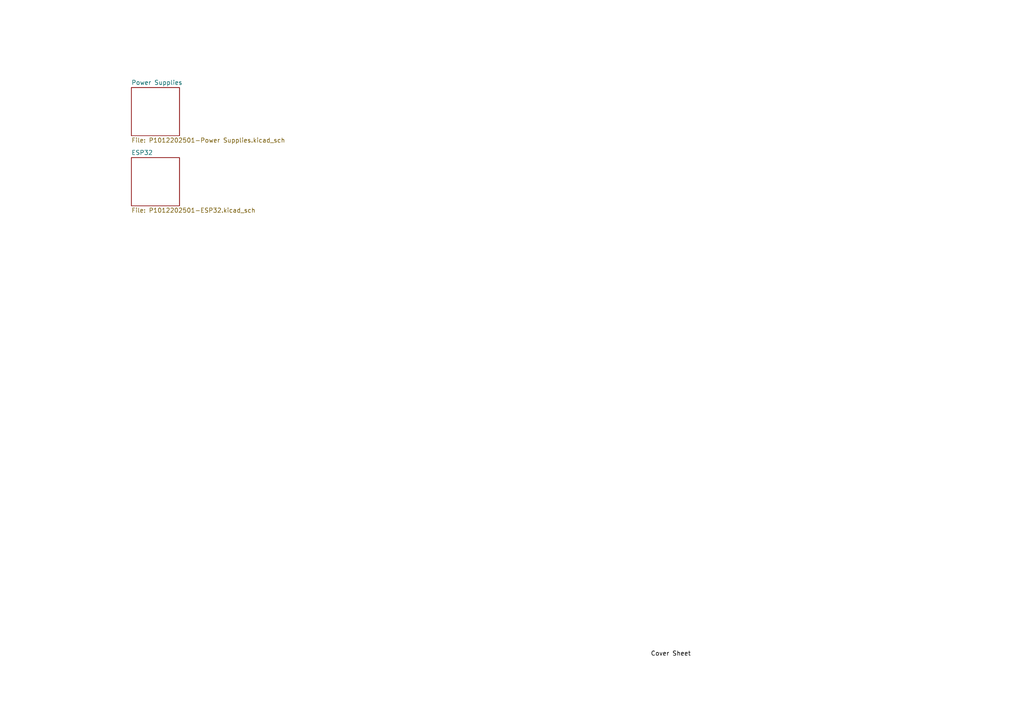
<source format=kicad_sch>
(kicad_sch
	(version 20250114)
	(generator "eeschema")
	(generator_version "9.0")
	(uuid "27f0531a-0a2b-4c68-af50-4332bf165b5a")
	(paper "A4")
	(lib_symbols)
	(text "Cover Sheet"
		(exclude_from_sim yes)
		(at 194.564 189.738 0)
		(effects
			(font
				(size 1.27 1.27)
				(color 0 0 0 1)
			)
		)
		(uuid "0e68369d-7bb3-4213-8627-fa7ede985254")
	)
	(sheet
		(at 38.1 25.4)
		(size 13.97 13.97)
		(exclude_from_sim no)
		(in_bom yes)
		(on_board yes)
		(dnp no)
		(fields_autoplaced yes)
		(stroke
			(width 0.1524)
			(type solid)
		)
		(fill
			(color 0 0 0 0.0000)
		)
		(uuid "d737bb1a-43fc-4186-97c6-d6ed9cc0125d")
		(property "Sheetname" "Power Supplies"
			(at 38.1 24.6884 0)
			(effects
				(font
					(size 1.27 1.27)
				)
				(justify left bottom)
			)
		)
		(property "Sheetfile" "P1012202501-Power Supplies.kicad_sch"
			(at 38.1 39.9546 0)
			(effects
				(font
					(size 1.27 1.27)
				)
				(justify left top)
			)
		)
		(instances
			(project "P1012202501-Cover Sheet"
				(path "/27f0531a-0a2b-4c68-af50-4332bf165b5a"
					(page "2")
				)
			)
		)
	)
	(sheet
		(at 38.1 45.72)
		(size 13.97 13.97)
		(exclude_from_sim no)
		(in_bom yes)
		(on_board yes)
		(dnp no)
		(fields_autoplaced yes)
		(stroke
			(width 0.1524)
			(type solid)
		)
		(fill
			(color 0 0 0 0.0000)
		)
		(uuid "f6c7a317-40aa-4f84-adca-4f38b8a6ae36")
		(property "Sheetname" "ESP32"
			(at 38.1 45.0084 0)
			(effects
				(font
					(size 1.27 1.27)
				)
				(justify left bottom)
			)
		)
		(property "Sheetfile" "P1012202501-ESP32.kicad_sch"
			(at 38.1 60.2746 0)
			(effects
				(font
					(size 1.27 1.27)
				)
				(justify left top)
			)
		)
		(instances
			(project "P1012202501-Cover Sheet"
				(path "/27f0531a-0a2b-4c68-af50-4332bf165b5a"
					(page "3")
				)
			)
		)
	)
	(sheet_instances
		(path "/"
			(page "1")
		)
	)
	(embedded_fonts no)
)

</source>
